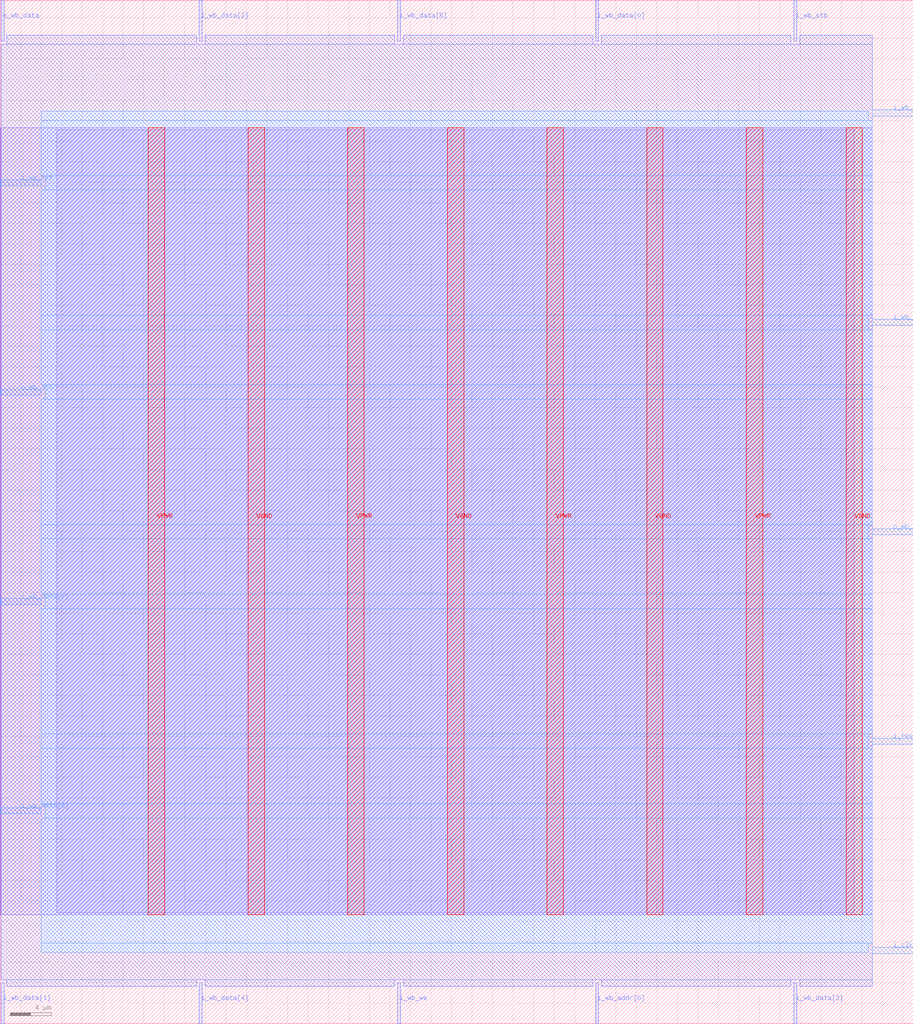
<source format=lef>
VERSION 5.7 ;
  NOWIREEXTENSIONATPIN ON ;
  DIVIDERCHAR "/" ;
  BUSBITCHARS "[]" ;
MACRO wb_lfsr
  CLASS BLOCK ;
  FOREIGN wb_lfsr ;
  ORIGIN 0.000 0.000 ;
  SIZE 89.005 BY 99.725 ;
  PIN VGND
    DIRECTION INOUT ;
    USE GROUND ;
    PORT
      LAYER met4 ;
        RECT 24.150 10.640 25.750 87.280 ;
    END
    PORT
      LAYER met4 ;
        RECT 43.585 10.640 45.185 87.280 ;
    END
    PORT
      LAYER met4 ;
        RECT 63.020 10.640 64.620 87.280 ;
    END
    PORT
      LAYER met4 ;
        RECT 82.455 10.640 84.055 87.280 ;
    END
  END VGND
  PIN VPWR
    DIRECTION INOUT ;
    USE POWER ;
    PORT
      LAYER met4 ;
        RECT 14.435 10.640 16.035 87.280 ;
    END
    PORT
      LAYER met4 ;
        RECT 33.870 10.640 35.470 87.280 ;
    END
    PORT
      LAYER met4 ;
        RECT 53.305 10.640 54.905 87.280 ;
    END
    PORT
      LAYER met4 ;
        RECT 72.740 10.640 74.340 87.280 ;
    END
  END VPWR
  PIN i_clk
    DIRECTION INPUT ;
    USE SIGNAL ;
    ANTENNAGATEAREA 0.196500 ;
    PORT
      LAYER met3 ;
        RECT 85.005 6.840 89.005 7.440 ;
    END
  END i_clk
  PIN i_reset
    DIRECTION INPUT ;
    USE SIGNAL ;
    ANTENNAGATEAREA 0.196500 ;
    PORT
      LAYER met3 ;
        RECT 85.005 27.240 89.005 27.840 ;
    END
  END i_reset
  PIN i_wb_addr[0]
    DIRECTION INPUT ;
    USE SIGNAL ;
    ANTENNAGATEAREA 0.159000 ;
    PORT
      LAYER met2 ;
        RECT 58.050 0.000 58.330 4.000 ;
    END
  END i_wb_addr[0]
  PIN i_wb_addr[1]
    DIRECTION INPUT ;
    USE SIGNAL ;
    ANTENNAGATEAREA 0.159000 ;
    PORT
      LAYER met3 ;
        RECT 85.005 68.040 89.005 68.640 ;
    END
  END i_wb_addr[1]
  PIN i_wb_addr[2]
    DIRECTION INPUT ;
    USE SIGNAL ;
    ANTENNAGATEAREA 0.213000 ;
    PORT
      LAYER met3 ;
        RECT 85.005 88.440 89.005 89.040 ;
    END
  END i_wb_addr[2]
  PIN i_wb_cyc
    DIRECTION INPUT ;
    USE SIGNAL ;
    ANTENNAGATEAREA 0.196500 ;
    PORT
      LAYER met3 ;
        RECT 0.000 81.640 4.000 82.240 ;
    END
  END i_wb_cyc
  PIN i_wb_data[0]
    DIRECTION INPUT ;
    USE SIGNAL ;
    ANTENNAGATEAREA 0.213000 ;
    PORT
      LAYER met2 ;
        RECT 58.050 95.725 58.330 99.725 ;
    END
  END i_wb_data[0]
  PIN i_wb_data[1]
    DIRECTION INPUT ;
    USE SIGNAL ;
    ANTENNAGATEAREA 0.159000 ;
    PORT
      LAYER met2 ;
        RECT 0.090 0.000 0.370 4.000 ;
    END
  END i_wb_data[1]
  PIN i_wb_data[2]
    DIRECTION INPUT ;
    USE SIGNAL ;
    ANTENNAGATEAREA 0.213000 ;
    PORT
      LAYER met2 ;
        RECT 19.410 95.725 19.690 99.725 ;
    END
  END i_wb_data[2]
  PIN i_wb_data[3]
    DIRECTION INPUT ;
    USE SIGNAL ;
    ANTENNAGATEAREA 0.213000 ;
    PORT
      LAYER met2 ;
        RECT 77.370 0.000 77.650 4.000 ;
    END
  END i_wb_data[3]
  PIN i_wb_data[4]
    DIRECTION INPUT ;
    USE SIGNAL ;
    ANTENNAGATEAREA 0.213000 ;
    PORT
      LAYER met2 ;
        RECT 19.410 0.000 19.690 4.000 ;
    END
  END i_wb_data[4]
  PIN i_wb_data[5]
    DIRECTION INPUT ;
    USE SIGNAL ;
    ANTENNAGATEAREA 0.213000 ;
    PORT
      LAYER met2 ;
        RECT 38.730 95.725 39.010 99.725 ;
    END
  END i_wb_data[5]
  PIN i_wb_data[6]
    DIRECTION INPUT ;
    USE SIGNAL ;
    ANTENNAGATEAREA 0.213000 ;
    PORT
      LAYER met3 ;
        RECT 0.000 20.440 4.000 21.040 ;
    END
  END i_wb_data[6]
  PIN i_wb_data[7]
    DIRECTION INPUT ;
    USE SIGNAL ;
    ANTENNAGATEAREA 0.196500 ;
    PORT
      LAYER met3 ;
        RECT 0.000 40.840 4.000 41.440 ;
    END
  END i_wb_data[7]
  PIN i_wb_stb
    DIRECTION INPUT ;
    USE SIGNAL ;
    ANTENNAGATEAREA 0.196500 ;
    PORT
      LAYER met2 ;
        RECT 77.370 95.725 77.650 99.725 ;
    END
  END i_wb_stb
  PIN i_wb_we
    DIRECTION INPUT ;
    USE SIGNAL ;
    ANTENNAGATEAREA 0.196500 ;
    PORT
      LAYER met2 ;
        RECT 38.730 0.000 39.010 4.000 ;
    END
  END i_wb_we
  PIN o_wb_ack
    DIRECTION OUTPUT TRISTATE ;
    USE SIGNAL ;
    ANTENNADIFFAREA 0.795200 ;
    PORT
      LAYER met3 ;
        RECT 0.000 61.240 4.000 61.840 ;
    END
  END o_wb_ack
  PIN o_wb_data
    DIRECTION OUTPUT TRISTATE ;
    USE SIGNAL ;
    ANTENNADIFFAREA 0.795200 ;
    PORT
      LAYER met2 ;
        RECT 0.090 95.725 0.370 99.725 ;
    END
  END o_wb_data
  PIN o_wb_stall
    DIRECTION OUTPUT TRISTATE ;
    USE SIGNAL ;
    PORT
      LAYER met3 ;
        RECT 85.005 47.640 89.005 48.240 ;
    END
  END o_wb_stall
  OBS
      LAYER li1 ;
        RECT 5.520 10.795 83.260 87.125 ;
      LAYER met1 ;
        RECT 0.070 10.640 85.030 87.280 ;
      LAYER met2 ;
        RECT 0.650 95.445 19.130 96.290 ;
        RECT 19.970 95.445 38.450 96.290 ;
        RECT 39.290 95.445 57.770 96.290 ;
        RECT 58.610 95.445 77.090 96.290 ;
        RECT 77.930 95.445 85.010 96.290 ;
        RECT 0.100 4.280 85.010 95.445 ;
        RECT 0.650 3.670 19.130 4.280 ;
        RECT 19.970 3.670 38.450 4.280 ;
        RECT 39.290 3.670 57.770 4.280 ;
        RECT 58.610 3.670 77.090 4.280 ;
        RECT 77.930 3.670 85.010 4.280 ;
      LAYER met3 ;
        RECT 4.000 88.040 84.605 88.905 ;
        RECT 4.000 82.640 85.005 88.040 ;
        RECT 4.400 81.240 85.005 82.640 ;
        RECT 4.000 69.040 85.005 81.240 ;
        RECT 4.000 67.640 84.605 69.040 ;
        RECT 4.000 62.240 85.005 67.640 ;
        RECT 4.400 60.840 85.005 62.240 ;
        RECT 4.000 48.640 85.005 60.840 ;
        RECT 4.000 47.240 84.605 48.640 ;
        RECT 4.000 41.840 85.005 47.240 ;
        RECT 4.400 40.440 85.005 41.840 ;
        RECT 4.000 28.240 85.005 40.440 ;
        RECT 4.000 26.840 84.605 28.240 ;
        RECT 4.000 21.440 85.005 26.840 ;
        RECT 4.400 20.040 85.005 21.440 ;
        RECT 4.000 7.840 85.005 20.040 ;
        RECT 4.000 6.975 84.605 7.840 ;
  END
END wb_lfsr
END LIBRARY


</source>
